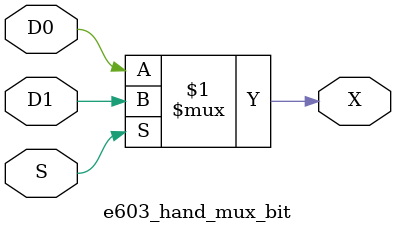
<source format=v>
module e603_hand_mux_bit (
  input  D0, // select source 0   
  input  D1, // select source 1 
  input  S,  // select, 0 select D0, 1 select D1
  output X   // select output
);

 // below code should be replaced by lib cell for synthesis

`ifdef TECH_NUCLEI_DUMMY_STD_10T
    
   LVT_MUX2_X2 u_std_mux2 (.Z(X), .A(D0), .B(D1), .S(S));
`else
   assign X = S ?  D1 : D0;
`endif 

endmodule

</source>
